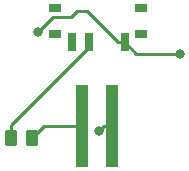
<source format=gbr>
%TF.GenerationSoftware,KiCad,Pcbnew,(6.0.9)*%
%TF.CreationDate,2022-11-12T13:39:37-06:00*%
%TF.ProjectId,ZoeBirthdayRing,5a6f6542-6972-4746-9864-617952696e67,rev?*%
%TF.SameCoordinates,Original*%
%TF.FileFunction,Copper,L1,Top*%
%TF.FilePolarity,Positive*%
%FSLAX46Y46*%
G04 Gerber Fmt 4.6, Leading zero omitted, Abs format (unit mm)*
G04 Created by KiCad (PCBNEW (6.0.9)) date 2022-11-12 13:39:37*
%MOMM*%
%LPD*%
G01*
G04 APERTURE LIST*
G04 Aperture macros list*
%AMRoundRect*
0 Rectangle with rounded corners*
0 $1 Rounding radius*
0 $2 $3 $4 $5 $6 $7 $8 $9 X,Y pos of 4 corners*
0 Add a 4 corners polygon primitive as box body*
4,1,4,$2,$3,$4,$5,$6,$7,$8,$9,$2,$3,0*
0 Add four circle primitives for the rounded corners*
1,1,$1+$1,$2,$3*
1,1,$1+$1,$4,$5*
1,1,$1+$1,$6,$7*
1,1,$1+$1,$8,$9*
0 Add four rect primitives between the rounded corners*
20,1,$1+$1,$2,$3,$4,$5,0*
20,1,$1+$1,$4,$5,$6,$7,0*
20,1,$1+$1,$6,$7,$8,$9,0*
20,1,$1+$1,$8,$9,$2,$3,0*%
G04 Aperture macros list end*
%TA.AperFunction,SMDPad,CuDef*%
%ADD10R,1.000000X7.000000*%
%TD*%
%TA.AperFunction,SMDPad,CuDef*%
%ADD11R,0.700000X1.500000*%
%TD*%
%TA.AperFunction,SMDPad,CuDef*%
%ADD12R,1.000000X0.800000*%
%TD*%
%TA.AperFunction,SMDPad,CuDef*%
%ADD13RoundRect,0.250000X-0.262500X-0.450000X0.262500X-0.450000X0.262500X0.450000X-0.262500X0.450000X0*%
%TD*%
%TA.AperFunction,ViaPad*%
%ADD14C,0.800000*%
%TD*%
%TA.AperFunction,Conductor*%
%ADD15C,0.250000*%
%TD*%
G04 APERTURE END LIST*
D10*
%TO.P,D1,1,K*%
%TO.N,Net-(BT1-Pad2)*%
X159170000Y-90880000D03*
%TO.P,D1,2,A*%
%TO.N,Net-(D1-Pad2)*%
X156670000Y-90880000D03*
%TD*%
D11*
%TO.P,SW1,1,A*%
%TO.N,Net-(BT1-Pad1)*%
X160250000Y-83805000D03*
%TO.P,SW1,2,B*%
%TO.N,Net-(R1-Pad1)*%
X157250000Y-83805000D03*
%TO.P,SW1,3*%
%TO.N,N/C*%
X155750000Y-83805000D03*
D12*
%TO.P,SW1,*%
%TO.N,*%
X161650000Y-80945000D03*
X154350000Y-80945000D03*
X154350000Y-83155000D03*
X161650000Y-83155000D03*
%TD*%
D13*
%TO.P,R1,1*%
%TO.N,Net-(R1-Pad1)*%
X150587500Y-91900000D03*
%TO.P,R1,2*%
%TO.N,Net-(D1-Pad2)*%
X152412500Y-91900000D03*
%TD*%
D14*
%TO.N,Net-(BT1-Pad1)*%
X152950000Y-82950000D03*
X164900000Y-84800000D03*
%TO.N,Net-(BT1-Pad2)*%
X158100000Y-91300000D03*
%TD*%
D15*
%TO.N,Net-(BT1-Pad1)*%
X156178272Y-81200000D02*
X157045000Y-81200000D01*
X152950000Y-82950000D02*
X154196727Y-81703273D01*
X154196727Y-81703273D02*
X155674999Y-81703273D01*
X155674999Y-81703273D02*
X156178272Y-81200000D01*
X157045000Y-81200000D02*
X159650000Y-83805000D01*
X159650000Y-83805000D02*
X160250000Y-83805000D01*
X161245000Y-84800000D02*
X160250000Y-83805000D01*
X164900000Y-84800000D02*
X161245000Y-84800000D01*
%TO.N,Net-(BT1-Pad2)*%
X159170000Y-90880000D02*
X158520000Y-90880000D01*
X158520000Y-90880000D02*
X158100000Y-91300000D01*
%TO.N,Net-(D1-Pad2)*%
X152412500Y-91900000D02*
X153432500Y-90880000D01*
X153432500Y-90880000D02*
X156670000Y-90880000D01*
%TO.N,Net-(R1-Pad1)*%
X157250000Y-83805000D02*
X157250000Y-84205000D01*
X157250000Y-84205000D02*
X150587500Y-90867500D01*
X150587500Y-90867500D02*
X150587500Y-91900000D01*
%TD*%
M02*

</source>
